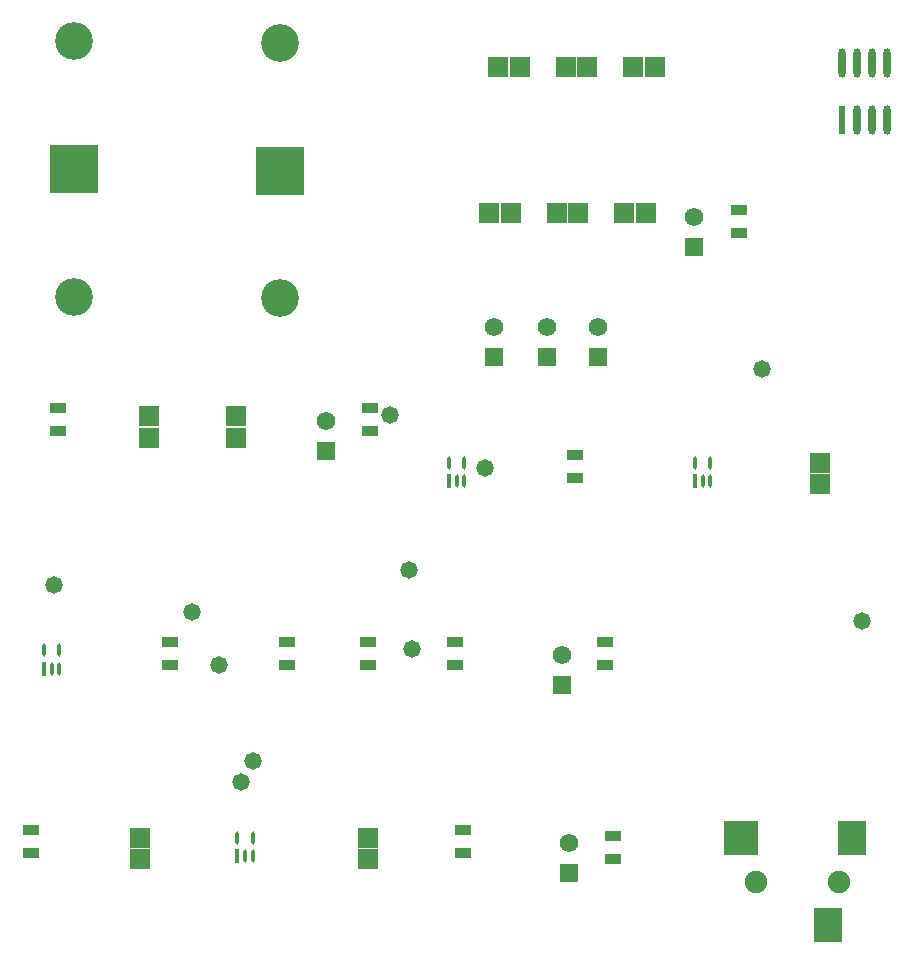
<source format=gts>
G04*
G04 #@! TF.GenerationSoftware,Altium Limited,Altium Designer,21.5.1 (32)*
G04*
G04 Layer_Color=8388736*
%FSLAX25Y25*%
%MOIN*%
G70*
G04*
G04 #@! TF.SameCoordinates,D1CED41D-7284-4930-815C-7774E47D36BB*
G04*
G04*
G04 #@! TF.FilePolarity,Negative*
G04*
G01*
G75*
%ADD17R,0.05709X0.03740*%
%ADD19R,0.01322X0.04583*%
G04:AMPARAMS|DCode=20|XSize=45.83mil|YSize=13.22mil|CornerRadius=6.61mil|HoleSize=0mil|Usage=FLASHONLY|Rotation=90.000|XOffset=0mil|YOffset=0mil|HoleType=Round|Shape=RoundedRectangle|*
%AMROUNDEDRECTD20*
21,1,0.04583,0.00000,0,0,90.0*
21,1,0.03260,0.01322,0,0,90.0*
1,1,0.01322,0.00000,0.01630*
1,1,0.01322,0.00000,-0.01630*
1,1,0.01322,0.00000,-0.01630*
1,1,0.01322,0.00000,0.01630*
%
%ADD20ROUNDEDRECTD20*%
G04:AMPARAMS|DCode=21|XSize=97.4mil|YSize=24.49mil|CornerRadius=12.25mil|HoleSize=0mil|Usage=FLASHONLY|Rotation=90.000|XOffset=0mil|YOffset=0mil|HoleType=Round|Shape=RoundedRectangle|*
%AMROUNDEDRECTD21*
21,1,0.09740,0.00000,0,0,90.0*
21,1,0.07291,0.02449,0,0,90.0*
1,1,0.02449,0.00000,0.03646*
1,1,0.02449,0.00000,-0.03646*
1,1,0.02449,0.00000,-0.03646*
1,1,0.02449,0.00000,0.03646*
%
%ADD21ROUNDEDRECTD21*%
%ADD22R,0.02449X0.09740*%
%ADD24R,0.06902X0.06902*%
%ADD25R,0.09461X0.11824*%
%ADD26R,0.11824X0.11824*%
%ADD27R,0.16391X0.16391*%
%ADD28R,0.06902X0.06902*%
%ADD29C,0.07493*%
%ADD30C,0.12611*%
%ADD31C,0.06181*%
%ADD32R,0.06181X0.06181*%
%ADD33C,0.05800*%
D17*
X214500Y34661D02*
D03*
Y42339D02*
D03*
X202000Y161661D02*
D03*
Y169339D02*
D03*
X29500Y177161D02*
D03*
Y184839D02*
D03*
X106000Y99161D02*
D03*
Y106839D02*
D03*
X67000Y99161D02*
D03*
Y106839D02*
D03*
X256500Y243161D02*
D03*
Y250839D02*
D03*
X164500Y36661D02*
D03*
Y44339D02*
D03*
X20500Y36661D02*
D03*
Y44339D02*
D03*
X212000Y99161D02*
D03*
Y106839D02*
D03*
X162000Y99161D02*
D03*
Y106839D02*
D03*
X133000Y99161D02*
D03*
Y106839D02*
D03*
X133500Y177161D02*
D03*
Y184839D02*
D03*
D19*
X24941Y97968D02*
D03*
X89441Y35468D02*
D03*
X241941Y160468D02*
D03*
X159941D02*
D03*
D20*
X27500Y97968D02*
D03*
X30059D02*
D03*
Y104032D02*
D03*
X24941D02*
D03*
X92000Y35468D02*
D03*
X94559D02*
D03*
Y41532D02*
D03*
X89441D02*
D03*
X244500Y160468D02*
D03*
X247059D02*
D03*
Y166532D02*
D03*
X241941D02*
D03*
X162500Y160468D02*
D03*
X165059D02*
D03*
Y166532D02*
D03*
X159941D02*
D03*
D21*
X291000Y300012D02*
D03*
X296000D02*
D03*
X301000D02*
D03*
X306000D02*
D03*
Y280988D02*
D03*
X301000D02*
D03*
X296000D02*
D03*
D22*
X291000D02*
D03*
D24*
X283500Y166543D02*
D03*
Y159457D02*
D03*
X133000Y34457D02*
D03*
Y41543D02*
D03*
X57000Y34457D02*
D03*
Y41543D02*
D03*
X89000Y174957D02*
D03*
Y182043D02*
D03*
X60000Y174957D02*
D03*
Y182043D02*
D03*
D25*
X286457Y12433D02*
D03*
X294331Y41567D02*
D03*
D26*
X257323D02*
D03*
D27*
X35000Y264500D02*
D03*
X103500Y264000D02*
D03*
D28*
X221457Y298500D02*
D03*
X228543D02*
D03*
X198957D02*
D03*
X206043D02*
D03*
X176457D02*
D03*
X183543D02*
D03*
X218457Y250000D02*
D03*
X225543D02*
D03*
X195957D02*
D03*
X203043D02*
D03*
X173457D02*
D03*
X180543D02*
D03*
D29*
X290000Y27000D02*
D03*
X262441D02*
D03*
D30*
X35000Y307020D02*
D03*
Y221980D02*
D03*
X103500Y221480D02*
D03*
Y306520D02*
D03*
D31*
X209500Y212000D02*
D03*
X192500D02*
D03*
X175000D02*
D03*
X241500Y248500D02*
D03*
X200000Y40000D02*
D03*
X197500Y102500D02*
D03*
X119000Y180500D02*
D03*
D32*
X209500Y202000D02*
D03*
X192500D02*
D03*
X175000D02*
D03*
X241500Y238500D02*
D03*
X200000Y30000D02*
D03*
X197500Y92500D02*
D03*
X119000Y170500D02*
D03*
D33*
X140300Y182400D02*
D03*
X83300Y99161D02*
D03*
X146800Y130900D02*
D03*
X90500Y60300D02*
D03*
X297800Y113700D02*
D03*
X28300Y125900D02*
D03*
X74400Y116800D02*
D03*
X172000Y165000D02*
D03*
X94559Y67218D02*
D03*
X147500Y104600D02*
D03*
X264200Y197900D02*
D03*
M02*

</source>
